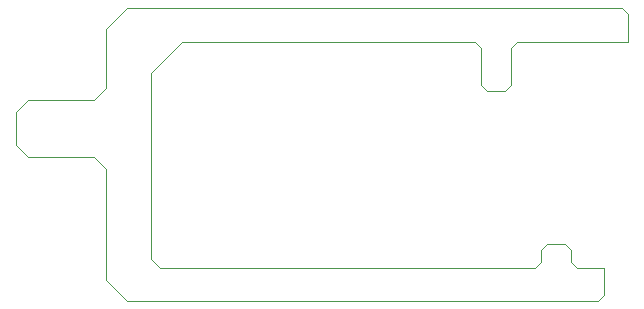
<source format=gm1>
%TF.GenerationSoftware,KiCad,Pcbnew,7.0.5-0*%
%TF.CreationDate,2023-06-16T22:13:25-07:00*%
%TF.ProjectId,JumperlessLEDboard,4a756d70-6572-46c6-9573-734c4544626f,rev?*%
%TF.SameCoordinates,Original*%
%TF.FileFunction,Profile,NP*%
%FSLAX46Y46*%
G04 Gerber Fmt 4.6, Leading zero omitted, Abs format (unit mm)*
G04 Created by KiCad (PCBNEW 7.0.5-0) date 2023-06-16 22:13:25*
%MOMM*%
%LPD*%
G01*
G04 APERTURE LIST*
%TA.AperFunction,Profile*%
%ADD10C,0.100000*%
%TD*%
G04 APERTURE END LIST*
D10*
X85979000Y-74676000D02*
X91567000Y-74676000D01*
X94361000Y-62042137D02*
X92583000Y-63820137D01*
X96393000Y-67564000D02*
X96393000Y-68011137D01*
X131953000Y-82550000D02*
X131445000Y-82042000D01*
X92583000Y-85090000D02*
X92583000Y-75692000D01*
X99060000Y-64897000D02*
X96393000Y-67564000D01*
X124333000Y-68580000D02*
X124841000Y-69088000D01*
X84963000Y-73660000D02*
X85979000Y-74676000D01*
X84963000Y-70866000D02*
X84963000Y-73660000D01*
X92583000Y-68834000D02*
X91567000Y-69850000D01*
X124333000Y-65405000D02*
X123825000Y-64897000D01*
X129413000Y-83566000D02*
X129413000Y-82550000D01*
X94361000Y-86868000D02*
X92583000Y-85090000D01*
X136271000Y-62042137D02*
X136779000Y-62550137D01*
X134747000Y-86360000D02*
X134747000Y-84074000D01*
X91567000Y-74676000D02*
X92583000Y-75692000D01*
X126873000Y-65405000D02*
X126873000Y-68580000D01*
X92583000Y-63820137D02*
X92583000Y-66548000D01*
X94361000Y-86868000D02*
X134239000Y-86868000D01*
X134747000Y-86360000D02*
X134239000Y-86868000D01*
X96393000Y-83312000D02*
X97155000Y-84074000D01*
X124333000Y-68580000D02*
X124333000Y-65405000D01*
X92583000Y-66548000D02*
X92583000Y-68834000D01*
X129413000Y-83566000D02*
X128905000Y-84074000D01*
X131953000Y-82550000D02*
X131953000Y-83566000D01*
X132461000Y-84074000D02*
X134747000Y-84074000D01*
X126873000Y-65405000D02*
X127381000Y-64897000D01*
X129921000Y-82042000D02*
X131445000Y-82042000D01*
X131953000Y-83566000D02*
X132461000Y-84074000D01*
X85979000Y-69850000D02*
X84963000Y-70866000D01*
X129413000Y-82550000D02*
X129921000Y-82042000D01*
X99060000Y-64897000D02*
X123825000Y-64897000D01*
X128905000Y-84074000D02*
X97155000Y-84074000D01*
X96393000Y-83312000D02*
X96393000Y-68011137D01*
X126365000Y-69088000D02*
X124841000Y-69088000D01*
X126873000Y-68580000D02*
X126365000Y-69088000D01*
X136779000Y-62550137D02*
X136779000Y-64897000D01*
X91567000Y-69850000D02*
X85979000Y-69850000D01*
X136271000Y-62042137D02*
X94361000Y-62042137D01*
X127381000Y-64897000D02*
X136779000Y-64897000D01*
M02*

</source>
